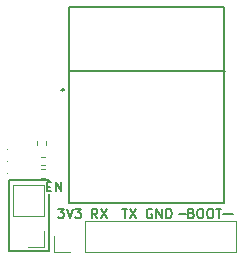
<source format=gbr>
%TF.GenerationSoftware,KiCad,Pcbnew,(6.0.0)*%
%TF.CreationDate,2022-03-25T10:48:22+03:00*%
%TF.ProjectId,Ringturnpage,52696e67-7475-4726-9e70-6167652e6b69,rev?*%
%TF.SameCoordinates,Original*%
%TF.FileFunction,Legend,Top*%
%TF.FilePolarity,Positive*%
%FSLAX46Y46*%
G04 Gerber Fmt 4.6, Leading zero omitted, Abs format (unit mm)*
G04 Created by KiCad (PCBNEW (6.0.0)) date 2022-03-25 10:48:22*
%MOMM*%
%LPD*%
G01*
G04 APERTURE LIST*
%ADD10C,0.150000*%
%ADD11C,0.200000*%
%ADD12C,0.120000*%
%ADD13C,0.100000*%
G04 APERTURE END LIST*
D10*
X135760000Y-100660000D02*
X135530000Y-100660000D01*
X135530000Y-94670000D02*
X138890000Y-94670000D01*
X150505000Y-97550000D02*
X149920000Y-97540000D01*
X153660000Y-97540000D02*
X154450000Y-97540000D01*
X138890000Y-95870000D02*
X138880000Y-100660000D01*
X135530000Y-100660000D02*
X135530000Y-94670000D01*
X138890000Y-100660000D02*
X135760000Y-100660000D01*
D11*
X147620476Y-97150000D02*
X147544285Y-97111904D01*
X147430000Y-97111904D01*
X147315714Y-97150000D01*
X147239523Y-97226190D01*
X147201428Y-97302380D01*
X147163333Y-97454761D01*
X147163333Y-97569047D01*
X147201428Y-97721428D01*
X147239523Y-97797619D01*
X147315714Y-97873809D01*
X147430000Y-97911904D01*
X147506190Y-97911904D01*
X147620476Y-97873809D01*
X147658571Y-97835714D01*
X147658571Y-97569047D01*
X147506190Y-97569047D01*
X148001428Y-97911904D02*
X148001428Y-97111904D01*
X148458571Y-97911904D01*
X148458571Y-97111904D01*
X148839523Y-97911904D02*
X148839523Y-97111904D01*
X149030000Y-97111904D01*
X149144285Y-97150000D01*
X149220476Y-97226190D01*
X149258571Y-97302380D01*
X149296666Y-97454761D01*
X149296666Y-97569047D01*
X149258571Y-97721428D01*
X149220476Y-97797619D01*
X149144285Y-97873809D01*
X149030000Y-97911904D01*
X148839523Y-97911904D01*
X138729523Y-95242857D02*
X138996190Y-95242857D01*
X139110476Y-95661904D02*
X138729523Y-95661904D01*
X138729523Y-94861904D01*
X139110476Y-94861904D01*
X139453333Y-95661904D02*
X139453333Y-94861904D01*
X139910476Y-95661904D01*
X139910476Y-94861904D01*
X142996666Y-97911904D02*
X142730000Y-97530952D01*
X142539523Y-97911904D02*
X142539523Y-97111904D01*
X142844285Y-97111904D01*
X142920476Y-97150000D01*
X142958571Y-97188095D01*
X142996666Y-97264285D01*
X142996666Y-97378571D01*
X142958571Y-97454761D01*
X142920476Y-97492857D01*
X142844285Y-97530952D01*
X142539523Y-97530952D01*
X143263333Y-97111904D02*
X143796666Y-97911904D01*
X143796666Y-97111904D02*
X143263333Y-97911904D01*
X150954285Y-97492857D02*
X151068571Y-97530952D01*
X151106666Y-97569047D01*
X151144761Y-97645238D01*
X151144761Y-97759523D01*
X151106666Y-97835714D01*
X151068571Y-97873809D01*
X150992380Y-97911904D01*
X150687619Y-97911904D01*
X150687619Y-97111904D01*
X150954285Y-97111904D01*
X151030476Y-97150000D01*
X151068571Y-97188095D01*
X151106666Y-97264285D01*
X151106666Y-97340476D01*
X151068571Y-97416666D01*
X151030476Y-97454761D01*
X150954285Y-97492857D01*
X150687619Y-97492857D01*
X151640000Y-97111904D02*
X151792380Y-97111904D01*
X151868571Y-97150000D01*
X151944761Y-97226190D01*
X151982857Y-97378571D01*
X151982857Y-97645238D01*
X151944761Y-97797619D01*
X151868571Y-97873809D01*
X151792380Y-97911904D01*
X151640000Y-97911904D01*
X151563809Y-97873809D01*
X151487619Y-97797619D01*
X151449523Y-97645238D01*
X151449523Y-97378571D01*
X151487619Y-97226190D01*
X151563809Y-97150000D01*
X151640000Y-97111904D01*
X152478095Y-97111904D02*
X152630476Y-97111904D01*
X152706666Y-97150000D01*
X152782857Y-97226190D01*
X152820952Y-97378571D01*
X152820952Y-97645238D01*
X152782857Y-97797619D01*
X152706666Y-97873809D01*
X152630476Y-97911904D01*
X152478095Y-97911904D01*
X152401904Y-97873809D01*
X152325714Y-97797619D01*
X152287619Y-97645238D01*
X152287619Y-97378571D01*
X152325714Y-97226190D01*
X152401904Y-97150000D01*
X152478095Y-97111904D01*
X153049523Y-97111904D02*
X153506666Y-97111904D01*
X153278095Y-97911904D02*
X153278095Y-97111904D01*
X139669523Y-97111904D02*
X140164761Y-97111904D01*
X139898095Y-97416666D01*
X140012380Y-97416666D01*
X140088571Y-97454761D01*
X140126666Y-97492857D01*
X140164761Y-97569047D01*
X140164761Y-97759523D01*
X140126666Y-97835714D01*
X140088571Y-97873809D01*
X140012380Y-97911904D01*
X139783809Y-97911904D01*
X139707619Y-97873809D01*
X139669523Y-97835714D01*
X140393333Y-97111904D02*
X140660000Y-97911904D01*
X140926666Y-97111904D01*
X141117142Y-97111904D02*
X141612380Y-97111904D01*
X141345714Y-97416666D01*
X141460000Y-97416666D01*
X141536190Y-97454761D01*
X141574285Y-97492857D01*
X141612380Y-97569047D01*
X141612380Y-97759523D01*
X141574285Y-97835714D01*
X141536190Y-97873809D01*
X141460000Y-97911904D01*
X141231428Y-97911904D01*
X141155238Y-97873809D01*
X141117142Y-97835714D01*
X145090476Y-97121904D02*
X145547619Y-97121904D01*
X145319047Y-97921904D02*
X145319047Y-97121904D01*
X145738095Y-97121904D02*
X146271428Y-97921904D01*
X146271428Y-97121904D02*
X145738095Y-97921904D01*
D12*
%TO.C,R9*%
X138533641Y-93730000D02*
X138226359Y-93730000D01*
X138533641Y-94490000D02*
X138226359Y-94490000D01*
D13*
%TO.C,D1*%
X135397500Y-92080000D02*
G75*
G03*
X135397500Y-92080000I-50000J0D01*
G01*
%TO.C,D3*%
X135400000Y-94110000D02*
G75*
G03*
X135400000Y-94110000I-50000J0D01*
G01*
D12*
%TO.C,J2*%
X141950000Y-100795000D02*
X154710000Y-100795000D01*
X141950000Y-98135000D02*
X154710000Y-98135000D01*
X141950000Y-100795000D02*
X141950000Y-98135000D01*
X140680000Y-100795000D02*
X139350000Y-100795000D01*
X139350000Y-100795000D02*
X139350000Y-99465000D01*
X154710000Y-100795000D02*
X154710000Y-98135000D01*
%TO.C,R7*%
X138610000Y-91406359D02*
X138610000Y-91713641D01*
X137850000Y-91406359D02*
X137850000Y-91713641D01*
%TO.C,R8*%
X138526141Y-93460000D02*
X138218859Y-93460000D01*
X138526141Y-92700000D02*
X138218859Y-92700000D01*
D13*
%TO.C,D2*%
X135392500Y-93100000D02*
G75*
G03*
X135392500Y-93100000I-50000J0D01*
G01*
D11*
%TO.C,IC1*%
X139960000Y-87050000D02*
X139960000Y-87050000D01*
X140560000Y-85450000D02*
X153770000Y-85450000D01*
X140560000Y-85350000D02*
X140560000Y-96650000D01*
X153760000Y-96650000D02*
X153760000Y-85350000D01*
X140160000Y-87050000D02*
X140160000Y-87050000D01*
X140560000Y-85350000D02*
X140560000Y-80050000D01*
X140560000Y-96650000D02*
X153760000Y-96650000D01*
X153760000Y-80050000D02*
X153760000Y-85350000D01*
X140560000Y-80050000D02*
X153760000Y-80050000D01*
X139960000Y-87050000D02*
G75*
G03*
X140160000Y-87050000I100000J0D01*
G01*
X140160000Y-87050000D02*
G75*
G03*
X139960000Y-87050000I-100000J0D01*
G01*
D12*
%TO.C,J3*%
X138490000Y-98995000D02*
X138490000Y-100325000D01*
X138490000Y-97725000D02*
X135830000Y-97725000D01*
X135830000Y-97725000D02*
X135830000Y-95125000D01*
X138490000Y-97725000D02*
X138490000Y-95125000D01*
X138490000Y-100325000D02*
X137160000Y-100325000D01*
X138490000Y-95125000D02*
X135830000Y-95125000D01*
%TD*%
M02*

</source>
